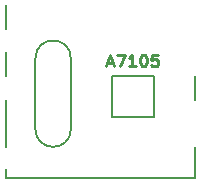
<source format=gbr>
G04 #@! TF.FileFunction,Legend,Top*
%FSLAX46Y46*%
G04 Gerber Fmt 4.6, Leading zero omitted, Abs format (unit mm)*
G04 Created by KiCad (PCBNEW 4.0.7) date Friday, 11 May 2018 'PMt' 12:15:21 PM*
%MOMM*%
%LPD*%
G01*
G04 APERTURE LIST*
%ADD10C,0.100000*%
%ADD11C,0.250000*%
%ADD12C,0.200000*%
%ADD13C,0.150000*%
%ADD14C,0.152400*%
G04 APERTURE END LIST*
D10*
D11*
X150607143Y-107416667D02*
X151083334Y-107416667D01*
X150511905Y-107702381D02*
X150845238Y-106702381D01*
X151178572Y-107702381D01*
X151416667Y-106702381D02*
X152083334Y-106702381D01*
X151654762Y-107702381D01*
X152988096Y-107702381D02*
X152416667Y-107702381D01*
X152702381Y-107702381D02*
X152702381Y-106702381D01*
X152607143Y-106845238D01*
X152511905Y-106940476D01*
X152416667Y-106988095D01*
X153607143Y-106702381D02*
X153702382Y-106702381D01*
X153797620Y-106750000D01*
X153845239Y-106797619D01*
X153892858Y-106892857D01*
X153940477Y-107083333D01*
X153940477Y-107321429D01*
X153892858Y-107511905D01*
X153845239Y-107607143D01*
X153797620Y-107654762D01*
X153702382Y-107702381D01*
X153607143Y-107702381D01*
X153511905Y-107654762D01*
X153464286Y-107607143D01*
X153416667Y-107511905D01*
X153369048Y-107321429D01*
X153369048Y-107083333D01*
X153416667Y-106892857D01*
X153464286Y-106797619D01*
X153511905Y-106750000D01*
X153607143Y-106702381D01*
X154845239Y-106702381D02*
X154369048Y-106702381D01*
X154321429Y-107178571D01*
X154369048Y-107130952D01*
X154464286Y-107083333D01*
X154702382Y-107083333D01*
X154797620Y-107130952D01*
X154845239Y-107178571D01*
X154892858Y-107273810D01*
X154892858Y-107511905D01*
X154845239Y-107607143D01*
X154797620Y-107654762D01*
X154702382Y-107702381D01*
X154464286Y-107702381D01*
X154369048Y-107654762D01*
X154321429Y-107607143D01*
D12*
X151000000Y-108500000D02*
X151000000Y-112000000D01*
X154500000Y-108500000D02*
X151000000Y-108500000D01*
X154500000Y-112000000D02*
X154500000Y-108500000D01*
X151000000Y-112000000D02*
X154500000Y-112000000D01*
X147500000Y-107000000D02*
X147500000Y-113000000D01*
X144500000Y-107000000D02*
X144500000Y-113000000D01*
X147500000Y-107000000D02*
G75*
G03X144500000Y-107000000I-1500000J0D01*
G01*
X144500000Y-113000000D02*
G75*
G03X147500000Y-113000000I1500000J0D01*
G01*
D13*
X142000000Y-104500000D02*
X142000000Y-102500000D01*
X158000000Y-110500000D02*
X158000000Y-108500000D01*
X158000000Y-114500000D02*
X158000000Y-117121000D01*
X142000000Y-108500000D02*
X142000000Y-106500000D01*
X142000000Y-114500000D02*
X142000000Y-110500000D01*
D14*
X141984000Y-116359000D02*
X141984000Y-117121000D01*
X141984000Y-117121000D02*
X157986000Y-117121000D01*
M02*

</source>
